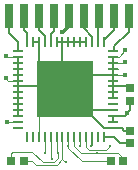
<source format=gtl>
G04*
G04 #@! TF.GenerationSoftware,Altium Limited,Altium Designer,18.0.7 (293)*
G04*
G04 Layer_Physical_Order=1*
G04 Layer_Color=255*
%FSLAX25Y25*%
%MOIN*%
G70*
G01*
G75*
%ADD12R,0.02559X0.07874*%
%ADD13R,0.02700X0.03000*%
%ADD14R,0.18898X0.18898*%
%ADD15R,0.03543X0.00984*%
%ADD16R,0.00984X0.03543*%
%ADD17R,0.03000X0.02700*%
%ADD24C,0.00500*%
%ADD25C,0.00400*%
%ADD26C,0.01000*%
%ADD27C,0.01575*%
%ADD28C,0.00787*%
D12*
X116100Y185400D02*
D03*
X111100D02*
D03*
X131100D02*
D03*
X126100D02*
D03*
X121100D02*
D03*
X136100D02*
D03*
X141100D02*
D03*
X146100D02*
D03*
X151100D02*
D03*
D13*
X149300Y136900D02*
D03*
X145100D02*
D03*
X116100Y137200D02*
D03*
X111900D02*
D03*
D14*
X130000Y160900D02*
D03*
D15*
X114055Y165821D02*
D03*
Y167790D02*
D03*
Y169758D02*
D03*
Y171727D02*
D03*
Y163853D02*
D03*
Y161884D02*
D03*
Y159916D02*
D03*
X145945Y157947D02*
D03*
Y155979D02*
D03*
Y154010D02*
D03*
Y152042D02*
D03*
Y159916D02*
D03*
Y161884D02*
D03*
Y163853D02*
D03*
X114055Y157947D02*
D03*
Y155979D02*
D03*
Y173695D02*
D03*
X145945Y165821D02*
D03*
Y150073D02*
D03*
Y148105D02*
D03*
X114055Y154010D02*
D03*
Y152042D02*
D03*
Y150073D02*
D03*
Y148105D02*
D03*
X145945Y167790D02*
D03*
Y169758D02*
D03*
Y171727D02*
D03*
Y173695D02*
D03*
D16*
X125079Y144955D02*
D03*
X123110D02*
D03*
X121142D02*
D03*
X119173D02*
D03*
X127047D02*
D03*
X129016D02*
D03*
X130984D02*
D03*
X132953Y176845D02*
D03*
X134921D02*
D03*
X136890D02*
D03*
X138858D02*
D03*
X130984D02*
D03*
X129016D02*
D03*
X127047D02*
D03*
X125079D02*
D03*
X117205Y144955D02*
D03*
X140827Y176845D02*
D03*
X142795D02*
D03*
X132953Y144955D02*
D03*
X134921D02*
D03*
X136890D02*
D03*
X138858D02*
D03*
X140827D02*
D03*
X142795D02*
D03*
X123110Y176845D02*
D03*
X121142D02*
D03*
X119173D02*
D03*
X117205D02*
D03*
D17*
X151700Y147200D02*
D03*
Y143000D02*
D03*
X151600Y161400D02*
D03*
Y157200D02*
D03*
D24*
X123110Y176845D02*
Y178690D01*
X126100Y180400D02*
Y185400D01*
X119173Y176845D02*
X121142D01*
X121100Y180700D02*
Y185400D01*
Y180700D02*
X123110Y178690D01*
X125079Y179379D02*
X126100Y180400D01*
X125079Y176845D02*
Y179379D01*
X138858Y176845D02*
Y178542D01*
X136100Y181300D02*
X138858Y178542D01*
X136100Y181300D02*
Y185400D01*
X134921Y176845D02*
X136890D01*
X132953D02*
X134921D01*
X111100Y179600D02*
Y185400D01*
X134921Y165821D02*
X138858Y169758D01*
X140827Y176845D02*
Y185127D01*
X116100Y180800D02*
Y185400D01*
Y180800D02*
X117205Y179695D01*
Y176845D02*
Y179695D01*
X129016Y176845D02*
X130984D01*
X132953D01*
X145945Y161884D02*
X151116D01*
X145945Y152042D02*
X149742D01*
X151600Y153900D02*
Y157200D01*
X149742Y152042D02*
X151600Y153900D01*
X138400Y141900D02*
X138858Y142358D01*
Y144955D01*
X142795D02*
X146345D01*
X148300Y143000D01*
X151700D01*
X149710Y147200D02*
X151700D01*
X148805Y148105D02*
X149710Y147200D01*
X145945Y148105D02*
X148805D01*
X145945Y157947D02*
X145992Y157900D01*
X151100Y180200D02*
Y185400D01*
X146200Y175300D02*
X151100Y180200D01*
X146200Y173950D02*
Y175300D01*
X145945Y173695D02*
X146200Y173950D01*
X146100Y180800D02*
Y185400D01*
X142795Y177495D02*
X146100Y180800D01*
X142795Y176845D02*
Y177495D01*
X140827Y185127D02*
X141100Y185400D01*
X130984Y185284D02*
X131100Y185400D01*
X114055Y173695D02*
Y176645D01*
X111100Y179600D02*
X114055Y176645D01*
X129016Y161884D02*
X130000Y160900D01*
X114055Y161884D02*
X129016D01*
X114055Y152042D02*
Y154010D01*
Y155979D01*
Y157947D01*
Y159916D01*
Y161884D01*
Y163853D01*
Y165821D01*
Y167790D01*
Y169758D01*
Y171727D01*
X136890Y154010D02*
X142795Y148105D01*
X130000Y160900D02*
X136890Y154010D01*
X142795Y148105D02*
X145945D01*
X136890Y154010D02*
X145945D01*
Y150073D02*
Y152042D01*
X130000Y160900D02*
X134921Y165821D01*
X145945D01*
Y157947D02*
Y159916D01*
Y161884D01*
Y163853D01*
Y165821D01*
Y167790D01*
Y169758D01*
Y171727D01*
X129016Y161884D02*
Y176845D01*
X127047D02*
X129016D01*
X121142Y169758D02*
X125079Y165821D01*
X121142Y169758D02*
Y176845D01*
D25*
X131100Y182400D02*
Y185400D01*
X149458Y169758D02*
X149900Y170200D01*
X145945Y169758D02*
X149458D01*
X149879Y165821D02*
X149900Y165800D01*
X145945Y165821D02*
X149879D01*
X145945Y163853D02*
X147253D01*
X145945Y167790D02*
X147490D01*
X147827Y171727D02*
X150000Y173900D01*
X145945Y171727D02*
X147827D01*
X110200Y164600D02*
X110947Y163853D01*
X114055D01*
X110100Y172200D02*
X110573Y171727D01*
X114055D01*
X131000Y141400D02*
X135400Y137000D01*
X131000Y141400D02*
Y142200D01*
X130984Y142216D02*
Y144955D01*
Y142216D02*
X131000Y142200D01*
X130984Y144955D02*
X131000Y144939D01*
X134921Y142021D02*
Y144955D01*
X110473Y150073D02*
X114055D01*
X121142Y152042D02*
X130000Y160900D01*
X121142Y144955D02*
Y152042D01*
X151116Y161884D02*
X151600Y161400D01*
X127132Y135800D02*
X129016Y137684D01*
X120200Y135800D02*
X127132D01*
X118800Y137200D02*
X120200Y135800D01*
X116100Y137200D02*
X118800D01*
X127500Y137900D02*
Y139600D01*
X126200Y136600D02*
X127500Y137900D01*
X122400Y136600D02*
X126200D01*
X118800Y140200D02*
X122400Y136600D01*
X112400Y140200D02*
X118800D01*
X111900Y139700D02*
X112400Y140200D01*
X111900Y137200D02*
Y139700D01*
X149300Y136900D02*
Y137900D01*
X147500Y139700D02*
X149300Y137900D01*
X140700Y139700D02*
X147500D01*
X135400Y137000D02*
X144000D01*
X143463Y140700D02*
X144731Y141969D01*
X137900Y140700D02*
X143463D01*
X136890Y141710D02*
X137900Y140700D01*
X135153Y139700D02*
X140700D01*
X136890Y141710D02*
Y144955D01*
X132953Y141900D02*
X135153Y139700D01*
X132953Y141900D02*
Y144955D01*
X125079Y138421D02*
X125700Y137800D01*
X129900Y136800D02*
X130200D01*
X125079Y138421D02*
Y144955D01*
X127047Y140053D02*
X127500Y139600D01*
X129016Y137684D02*
Y144955D01*
X123100Y139700D02*
Y144945D01*
X123110Y144955D01*
X129016Y137684D02*
X129900Y136800D01*
X127047Y140053D02*
Y144955D01*
D26*
X128800Y180100D02*
X131100Y182400D01*
D27*
X128800Y180100D02*
D03*
X149900Y165800D02*
D03*
Y170200D02*
D03*
X150000Y173900D02*
D03*
X110200Y164600D02*
D03*
X110100Y172200D02*
D03*
X110473Y150073D02*
D03*
X150600Y152900D02*
D03*
D28*
X131000Y142200D02*
D03*
X134800Y141900D02*
D03*
X138400D02*
D03*
X140700Y139700D02*
D03*
X144731Y141969D02*
D03*
X125700Y137800D02*
D03*
X130200Y136800D02*
D03*
X127500Y139600D02*
D03*
X123100Y139700D02*
D03*
M02*

</source>
